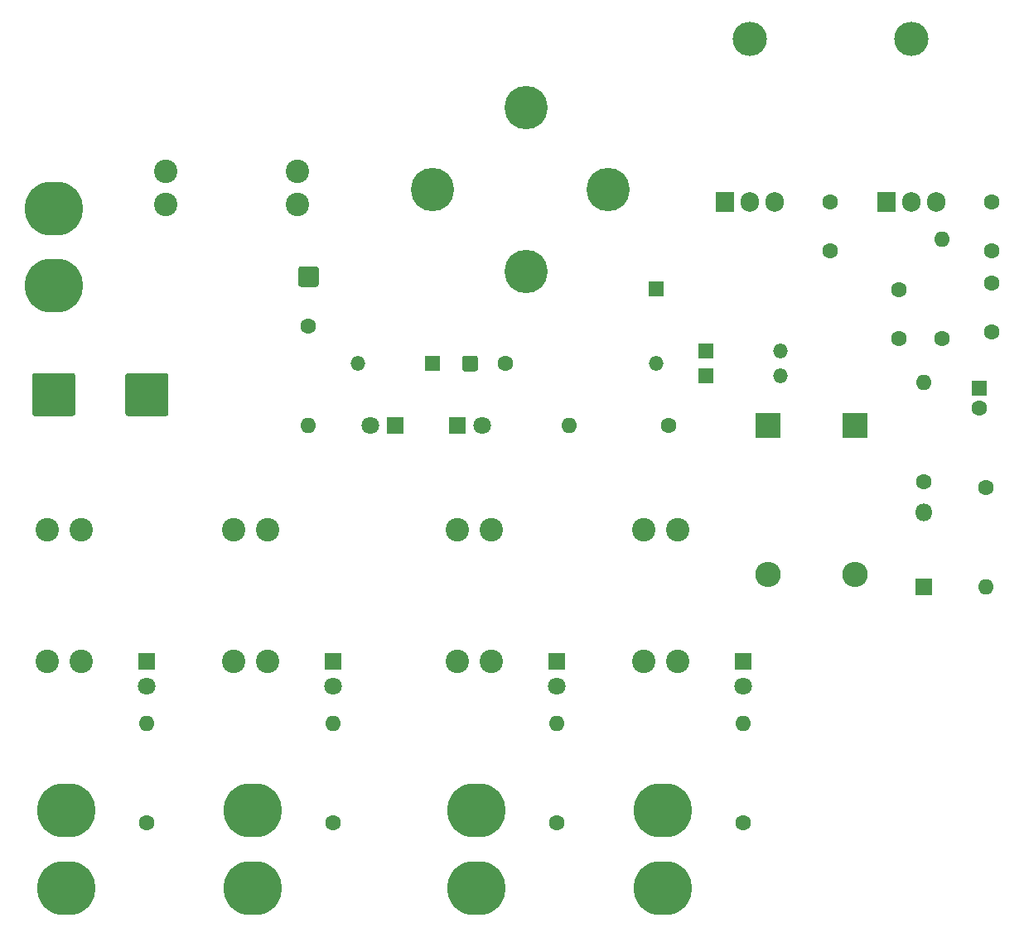
<source format=gbr>
%TF.GenerationSoftware,KiCad,Pcbnew,(5.1.9)-1*%
%TF.CreationDate,2021-04-19T13:23:52+01:00*%
%TF.ProjectId,PowerPole,506f7765-7250-46f6-9c65-2e6b69636164,rev?*%
%TF.SameCoordinates,Original*%
%TF.FileFunction,Soldermask,Bot*%
%TF.FilePolarity,Negative*%
%FSLAX46Y46*%
G04 Gerber Fmt 4.6, Leading zero omitted, Abs format (unit mm)*
G04 Created by KiCad (PCBNEW (5.1.9)-1) date 2021-04-19 13:23:52*
%MOMM*%
%LPD*%
G01*
G04 APERTURE LIST*
%ADD10C,4.428000*%
%ADD11C,2.400000*%
%ADD12O,1.600000X1.600000*%
%ADD13C,1.600000*%
%ADD14O,6.000000X5.500000*%
%ADD15O,1.905000X2.000000*%
%ADD16R,1.905000X2.000000*%
%ADD17O,3.500000X3.500000*%
%ADD18C,1.800000*%
%ADD19R,1.800000X1.800000*%
%ADD20O,1.500000X1.500000*%
%ADD21R,1.500000X1.500000*%
%ADD22O,2.600000X2.600000*%
%ADD23R,2.600000X2.600000*%
%ADD24O,1.800000X1.800000*%
%ADD25R,1.600000X1.600000*%
G04 APERTURE END LIST*
D10*
%TO.C,K1*%
X155060000Y-36830000D03*
X146660000Y-45230000D03*
X146660000Y-28430000D03*
X137160000Y-36830000D03*
%TD*%
D11*
%TO.C,F5*%
X158750000Y-71620000D03*
X162150000Y-71620000D03*
X162150000Y-85090000D03*
X158750000Y-85090000D03*
%TD*%
%TO.C,F4*%
X139700000Y-71620000D03*
X143100000Y-71620000D03*
X143100000Y-85090000D03*
X139700000Y-85090000D03*
%TD*%
%TO.C,F3*%
X116840000Y-71620000D03*
X120240000Y-71620000D03*
X120240000Y-85090000D03*
X116840000Y-85090000D03*
%TD*%
%TO.C,F2*%
X97790000Y-71620000D03*
X101190000Y-71620000D03*
X101190000Y-85090000D03*
X97790000Y-85090000D03*
%TD*%
%TO.C,F1*%
X123325000Y-34925000D03*
X123325000Y-38325000D03*
X109855000Y-38325000D03*
X109855000Y-34925000D03*
%TD*%
D12*
%TO.C,R8*%
X124460000Y-60960000D03*
D13*
X124460000Y-50800000D03*
%TD*%
%TO.C,J8*%
G36*
G01*
X105750000Y-59734200D02*
X105750000Y-55835800D01*
G75*
G02*
X106000800Y-55585000I250800J0D01*
G01*
X109899200Y-55585000D01*
G75*
G02*
X110150000Y-55835800I0J-250800D01*
G01*
X110150000Y-59734200D01*
G75*
G02*
X109899200Y-59985000I-250800J0D01*
G01*
X106000800Y-59985000D01*
G75*
G02*
X105750000Y-59734200I0J250800D01*
G01*
G37*
%TD*%
%TO.C,J7*%
G36*
G01*
X96225000Y-59734200D02*
X96225000Y-55835800D01*
G75*
G02*
X96475800Y-55585000I250800J0D01*
G01*
X100374200Y-55585000D01*
G75*
G02*
X100625000Y-55835800I0J-250800D01*
G01*
X100625000Y-59734200D01*
G75*
G02*
X100374200Y-59985000I-250800J0D01*
G01*
X96475800Y-59985000D01*
G75*
G02*
X96225000Y-59734200I0J250800D01*
G01*
G37*
%TD*%
%TO.C,J6*%
G36*
G01*
X123410000Y-46520001D02*
X123410000Y-44919999D01*
G75*
G02*
X123659999Y-44670000I249999J0D01*
G01*
X125260001Y-44670000D01*
G75*
G02*
X125510000Y-44919999I0J-249999D01*
G01*
X125510000Y-46520001D01*
G75*
G02*
X125260001Y-46770000I-249999J0D01*
G01*
X123659999Y-46770000D01*
G75*
G02*
X123410000Y-46520001I0J249999D01*
G01*
G37*
%TD*%
D14*
%TO.C,J5*%
X99695000Y-108230000D03*
X99695000Y-100330000D03*
%TD*%
%TO.C,J4*%
X118745000Y-108230000D03*
X118745000Y-100330000D03*
%TD*%
%TO.C,J3*%
X141605000Y-108230000D03*
X141605000Y-100330000D03*
%TD*%
%TO.C,J2*%
X160655000Y-108230000D03*
X160655000Y-100330000D03*
%TD*%
%TO.C,J1*%
X98425000Y-46635000D03*
X98425000Y-38735000D03*
%TD*%
D13*
%TO.C,C5*%
X177800000Y-43100000D03*
X177800000Y-38100000D03*
%TD*%
D15*
%TO.C,D1*%
X172085000Y-38100000D03*
X169545000Y-38100000D03*
D16*
X167005000Y-38100000D03*
D17*
X169545000Y-21440000D03*
%TD*%
D13*
%TO.C,SW1*%
X144570000Y-54610000D03*
G36*
G01*
X140170000Y-55160000D02*
X140170000Y-54060000D01*
G75*
G02*
X140420000Y-53810000I250000J0D01*
G01*
X141520000Y-53810000D01*
G75*
G02*
X141770000Y-54060000I0J-250000D01*
G01*
X141770000Y-55160000D01*
G75*
G02*
X141520000Y-55410000I-250000J0D01*
G01*
X140420000Y-55410000D01*
G75*
G02*
X140170000Y-55160000I0J250000D01*
G01*
G37*
%TD*%
D12*
%TO.C,R9*%
X189230000Y-41910000D03*
D13*
X189230000Y-52070000D03*
%TD*%
D12*
%TO.C,R7*%
X107950000Y-91440000D03*
D13*
X107950000Y-101600000D03*
%TD*%
D12*
%TO.C,R6*%
X127000000Y-91440000D03*
D13*
X127000000Y-101600000D03*
%TD*%
D12*
%TO.C,R5*%
X149860000Y-91440000D03*
D13*
X149860000Y-101600000D03*
%TD*%
D12*
%TO.C,R4*%
X168910000Y-91440000D03*
D13*
X168910000Y-101600000D03*
%TD*%
D12*
%TO.C,R3*%
X151130000Y-60960000D03*
D13*
X161290000Y-60960000D03*
%TD*%
D12*
%TO.C,R2*%
X187325000Y-56515000D03*
D13*
X187325000Y-66675000D03*
%TD*%
D12*
%TO.C,R1*%
X193675000Y-77470000D03*
D13*
X193675000Y-67310000D03*
%TD*%
D18*
%TO.C,D15*%
X130810000Y-60960000D03*
D19*
X133350000Y-60960000D03*
%TD*%
D20*
%TO.C,D14*%
X129540000Y-54610000D03*
D21*
X137160000Y-54610000D03*
%TD*%
D20*
%TO.C,D13*%
X172720000Y-53340000D03*
D21*
X165100000Y-53340000D03*
%TD*%
D20*
%TO.C,D12*%
X172720000Y-55880000D03*
D21*
X165100000Y-55880000D03*
%TD*%
D20*
%TO.C,D11*%
X160020000Y-54610000D03*
D21*
X160020000Y-46990000D03*
%TD*%
D18*
%TO.C,D10*%
X107950000Y-87630000D03*
D19*
X107950000Y-85090000D03*
%TD*%
D18*
%TO.C,D9*%
X127000000Y-87630000D03*
D19*
X127000000Y-85090000D03*
%TD*%
D18*
%TO.C,D8*%
X149860000Y-87630000D03*
D19*
X149860000Y-85090000D03*
%TD*%
D18*
%TO.C,D7*%
X168910000Y-87630000D03*
D19*
X168910000Y-85090000D03*
%TD*%
D18*
%TO.C,D6*%
X142240000Y-60960000D03*
D19*
X139700000Y-60960000D03*
%TD*%
D22*
%TO.C,D5*%
X180340000Y-76200000D03*
D23*
X180340000Y-60960000D03*
%TD*%
D22*
%TO.C,D4*%
X171450000Y-76200000D03*
D23*
X171450000Y-60960000D03*
%TD*%
D24*
%TO.C,D3*%
X187325000Y-69850000D03*
D19*
X187325000Y-77470000D03*
%TD*%
D15*
%TO.C,D2*%
X188595000Y-38100000D03*
X186055000Y-38100000D03*
D16*
X183515000Y-38100000D03*
D17*
X186055000Y-21440000D03*
%TD*%
D13*
%TO.C,C4*%
X184785000Y-47070000D03*
X184785000Y-52070000D03*
%TD*%
%TO.C,C3*%
X194310000Y-51355000D03*
X194310000Y-46355000D03*
%TD*%
%TO.C,C2*%
X194310000Y-43100000D03*
X194310000Y-38100000D03*
%TD*%
%TO.C,C1*%
X193040000Y-59150000D03*
D25*
X193040000Y-57150000D03*
%TD*%
M02*

</source>
